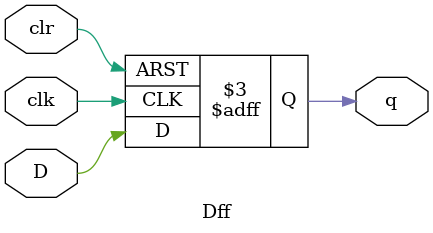
<source format=v>
`timescale 1ns / 1ps

module Dff(

    input wire clk ,
    input wire clr,
    input wire D,
    output reg q
    );

always @(posedge clk or posedge clr)
		if (clr == 1)
				q <= 0;
		else 
				q<= D;

endmodule


</source>
